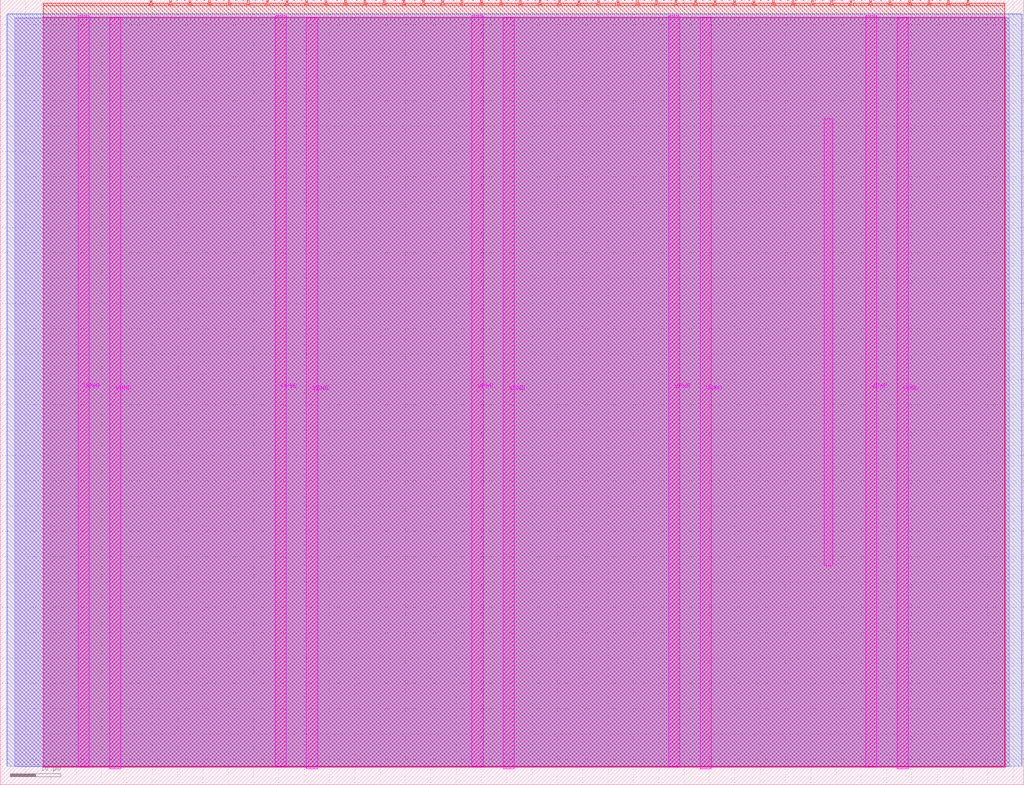
<source format=lef>
VERSION 5.7 ;
  NOWIREEXTENSIONATPIN ON ;
  DIVIDERCHAR "/" ;
  BUSBITCHARS "[]" ;
MACRO tt_um_LnL_SoC
  CLASS BLOCK ;
  FOREIGN tt_um_LnL_SoC ;
  ORIGIN 0.000 0.000 ;
  SIZE 202.080 BY 154.980 ;
  PIN VGND
    DIRECTION INOUT ;
    USE GROUND ;
    PORT
      LAYER TopMetal1 ;
        RECT 21.580 3.150 23.780 151.420 ;
    END
    PORT
      LAYER TopMetal1 ;
        RECT 60.450 3.150 62.650 151.420 ;
    END
    PORT
      LAYER TopMetal1 ;
        RECT 99.320 3.150 101.520 151.420 ;
    END
    PORT
      LAYER TopMetal1 ;
        RECT 138.190 3.150 140.390 151.420 ;
    END
    PORT
      LAYER TopMetal1 ;
        RECT 177.060 3.150 179.260 151.420 ;
    END
  END VGND
  PIN VPWR
    DIRECTION INOUT ;
    USE POWER ;
    PORT
      LAYER TopMetal1 ;
        RECT 15.380 3.560 17.580 151.830 ;
    END
    PORT
      LAYER TopMetal1 ;
        RECT 54.250 3.560 56.450 151.830 ;
    END
    PORT
      LAYER TopMetal1 ;
        RECT 93.120 3.560 95.320 151.830 ;
    END
    PORT
      LAYER TopMetal1 ;
        RECT 131.990 3.560 134.190 151.830 ;
    END
    PORT
      LAYER TopMetal1 ;
        RECT 170.860 3.560 173.060 151.830 ;
    END
  END VPWR
  PIN clk
    DIRECTION INPUT ;
    USE SIGNAL ;
    ANTENNAGATEAREA 1.450800 ;
    PORT
      LAYER Metal4 ;
        RECT 187.050 153.980 187.350 154.980 ;
    END
  END clk
  PIN ena
    DIRECTION INPUT ;
    USE SIGNAL ;
    PORT
      LAYER Metal4 ;
        RECT 190.890 153.980 191.190 154.980 ;
    END
  END ena
  PIN rst_n
    DIRECTION INPUT ;
    USE SIGNAL ;
    ANTENNAGATEAREA 0.180700 ;
    PORT
      LAYER Metal4 ;
        RECT 183.210 153.980 183.510 154.980 ;
    END
  END rst_n
  PIN ui_in[0]
    DIRECTION INPUT ;
    USE SIGNAL ;
    ANTENNAGATEAREA 0.180700 ;
    PORT
      LAYER Metal4 ;
        RECT 179.370 153.980 179.670 154.980 ;
    END
  END ui_in[0]
  PIN ui_in[1]
    DIRECTION INPUT ;
    USE SIGNAL ;
    ANTENNAGATEAREA 0.180700 ;
    PORT
      LAYER Metal4 ;
        RECT 175.530 153.980 175.830 154.980 ;
    END
  END ui_in[1]
  PIN ui_in[2]
    DIRECTION INPUT ;
    USE SIGNAL ;
    ANTENNAGATEAREA 0.180700 ;
    PORT
      LAYER Metal4 ;
        RECT 171.690 153.980 171.990 154.980 ;
    END
  END ui_in[2]
  PIN ui_in[3]
    DIRECTION INPUT ;
    USE SIGNAL ;
    ANTENNAGATEAREA 0.180700 ;
    PORT
      LAYER Metal4 ;
        RECT 167.850 153.980 168.150 154.980 ;
    END
  END ui_in[3]
  PIN ui_in[4]
    DIRECTION INPUT ;
    USE SIGNAL ;
    ANTENNAGATEAREA 0.789100 ;
    ANTENNADIFFAREA 2.015400 ;
    PORT
      LAYER Metal4 ;
        RECT 164.010 153.980 164.310 154.980 ;
    END
  END ui_in[4]
  PIN ui_in[5]
    DIRECTION INPUT ;
    USE SIGNAL ;
    ANTENNAGATEAREA 0.789100 ;
    ANTENNADIFFAREA 2.015400 ;
    PORT
      LAYER Metal4 ;
        RECT 160.170 153.980 160.470 154.980 ;
    END
  END ui_in[5]
  PIN ui_in[6]
    DIRECTION INPUT ;
    USE SIGNAL ;
    ANTENNAGATEAREA 0.180700 ;
    PORT
      LAYER Metal4 ;
        RECT 156.330 153.980 156.630 154.980 ;
    END
  END ui_in[6]
  PIN ui_in[7]
    DIRECTION INPUT ;
    USE SIGNAL ;
    ANTENNAGATEAREA 0.180700 ;
    PORT
      LAYER Metal4 ;
        RECT 152.490 153.980 152.790 154.980 ;
    END
  END ui_in[7]
  PIN uio_in[0]
    DIRECTION INPUT ;
    USE SIGNAL ;
    ANTENNAGATEAREA 0.180700 ;
    PORT
      LAYER Metal4 ;
        RECT 148.650 153.980 148.950 154.980 ;
    END
  END uio_in[0]
  PIN uio_in[1]
    DIRECTION INPUT ;
    USE SIGNAL ;
    ANTENNAGATEAREA 0.180700 ;
    PORT
      LAYER Metal4 ;
        RECT 144.810 153.980 145.110 154.980 ;
    END
  END uio_in[1]
  PIN uio_in[2]
    DIRECTION INPUT ;
    USE SIGNAL ;
    ANTENNAGATEAREA 0.180700 ;
    PORT
      LAYER Metal4 ;
        RECT 140.970 153.980 141.270 154.980 ;
    END
  END uio_in[2]
  PIN uio_in[3]
    DIRECTION INPUT ;
    USE SIGNAL ;
    PORT
      LAYER Metal4 ;
        RECT 137.130 153.980 137.430 154.980 ;
    END
  END uio_in[3]
  PIN uio_in[4]
    DIRECTION INPUT ;
    USE SIGNAL ;
    PORT
      LAYER Metal4 ;
        RECT 133.290 153.980 133.590 154.980 ;
    END
  END uio_in[4]
  PIN uio_in[5]
    DIRECTION INPUT ;
    USE SIGNAL ;
    PORT
      LAYER Metal4 ;
        RECT 129.450 153.980 129.750 154.980 ;
    END
  END uio_in[5]
  PIN uio_in[6]
    DIRECTION INPUT ;
    USE SIGNAL ;
    PORT
      LAYER Metal4 ;
        RECT 125.610 153.980 125.910 154.980 ;
    END
  END uio_in[6]
  PIN uio_in[7]
    DIRECTION INPUT ;
    USE SIGNAL ;
    PORT
      LAYER Metal4 ;
        RECT 121.770 153.980 122.070 154.980 ;
    END
  END uio_in[7]
  PIN uio_oe[0]
    DIRECTION OUTPUT ;
    USE SIGNAL ;
    ANTENNADIFFAREA 0.299200 ;
    PORT
      LAYER Metal4 ;
        RECT 56.490 153.980 56.790 154.980 ;
    END
  END uio_oe[0]
  PIN uio_oe[1]
    DIRECTION OUTPUT ;
    USE SIGNAL ;
    ANTENNADIFFAREA 0.299200 ;
    PORT
      LAYER Metal4 ;
        RECT 52.650 153.980 52.950 154.980 ;
    END
  END uio_oe[1]
  PIN uio_oe[2]
    DIRECTION OUTPUT ;
    USE SIGNAL ;
    ANTENNADIFFAREA 0.392700 ;
    PORT
      LAYER Metal4 ;
        RECT 48.810 153.980 49.110 154.980 ;
    END
  END uio_oe[2]
  PIN uio_oe[3]
    DIRECTION OUTPUT ;
    USE SIGNAL ;
    ANTENNADIFFAREA 0.392700 ;
    PORT
      LAYER Metal4 ;
        RECT 44.970 153.980 45.270 154.980 ;
    END
  END uio_oe[3]
  PIN uio_oe[4]
    DIRECTION OUTPUT ;
    USE SIGNAL ;
    ANTENNADIFFAREA 0.392700 ;
    PORT
      LAYER Metal4 ;
        RECT 41.130 153.980 41.430 154.980 ;
    END
  END uio_oe[4]
  PIN uio_oe[5]
    DIRECTION OUTPUT ;
    USE SIGNAL ;
    ANTENNADIFFAREA 0.392700 ;
    PORT
      LAYER Metal4 ;
        RECT 37.290 153.980 37.590 154.980 ;
    END
  END uio_oe[5]
  PIN uio_oe[6]
    DIRECTION OUTPUT ;
    USE SIGNAL ;
    ANTENNADIFFAREA 0.392700 ;
    PORT
      LAYER Metal4 ;
        RECT 33.450 153.980 33.750 154.980 ;
    END
  END uio_oe[6]
  PIN uio_oe[7]
    DIRECTION OUTPUT ;
    USE SIGNAL ;
    ANTENNADIFFAREA 0.392700 ;
    PORT
      LAYER Metal4 ;
        RECT 29.610 153.980 29.910 154.980 ;
    END
  END uio_oe[7]
  PIN uio_out[0]
    DIRECTION OUTPUT ;
    USE SIGNAL ;
    ANTENNADIFFAREA 0.299200 ;
    PORT
      LAYER Metal4 ;
        RECT 87.210 153.980 87.510 154.980 ;
    END
  END uio_out[0]
  PIN uio_out[1]
    DIRECTION OUTPUT ;
    USE SIGNAL ;
    ANTENNADIFFAREA 0.299200 ;
    PORT
      LAYER Metal4 ;
        RECT 83.370 153.980 83.670 154.980 ;
    END
  END uio_out[1]
  PIN uio_out[2]
    DIRECTION OUTPUT ;
    USE SIGNAL ;
    ANTENNADIFFAREA 0.708600 ;
    PORT
      LAYER Metal4 ;
        RECT 79.530 153.980 79.830 154.980 ;
    END
  END uio_out[2]
  PIN uio_out[3]
    DIRECTION OUTPUT ;
    USE SIGNAL ;
    ANTENNADIFFAREA 0.708600 ;
    PORT
      LAYER Metal4 ;
        RECT 75.690 153.980 75.990 154.980 ;
    END
  END uio_out[3]
  PIN uio_out[4]
    DIRECTION OUTPUT ;
    USE SIGNAL ;
    ANTENNADIFFAREA 0.708600 ;
    PORT
      LAYER Metal4 ;
        RECT 71.850 153.980 72.150 154.980 ;
    END
  END uio_out[4]
  PIN uio_out[5]
    DIRECTION OUTPUT ;
    USE SIGNAL ;
    ANTENNADIFFAREA 0.708600 ;
    PORT
      LAYER Metal4 ;
        RECT 68.010 153.980 68.310 154.980 ;
    END
  END uio_out[5]
  PIN uio_out[6]
    DIRECTION OUTPUT ;
    USE SIGNAL ;
    ANTENNADIFFAREA 0.708600 ;
    PORT
      LAYER Metal4 ;
        RECT 64.170 153.980 64.470 154.980 ;
    END
  END uio_out[6]
  PIN uio_out[7]
    DIRECTION OUTPUT ;
    USE SIGNAL ;
    ANTENNADIFFAREA 0.708600 ;
    PORT
      LAYER Metal4 ;
        RECT 60.330 153.980 60.630 154.980 ;
    END
  END uio_out[7]
  PIN uo_out[0]
    DIRECTION OUTPUT ;
    USE SIGNAL ;
    ANTENNADIFFAREA 0.632400 ;
    PORT
      LAYER Metal4 ;
        RECT 117.930 153.980 118.230 154.980 ;
    END
  END uo_out[0]
  PIN uo_out[1]
    DIRECTION OUTPUT ;
    USE SIGNAL ;
    ANTENNADIFFAREA 0.632400 ;
    PORT
      LAYER Metal4 ;
        RECT 114.090 153.980 114.390 154.980 ;
    END
  END uo_out[1]
  PIN uo_out[2]
    DIRECTION OUTPUT ;
    USE SIGNAL ;
    ANTENNADIFFAREA 0.632400 ;
    PORT
      LAYER Metal4 ;
        RECT 110.250 153.980 110.550 154.980 ;
    END
  END uo_out[2]
  PIN uo_out[3]
    DIRECTION OUTPUT ;
    USE SIGNAL ;
    ANTENNADIFFAREA 0.632400 ;
    PORT
      LAYER Metal4 ;
        RECT 106.410 153.980 106.710 154.980 ;
    END
  END uo_out[3]
  PIN uo_out[4]
    DIRECTION OUTPUT ;
    USE SIGNAL ;
    ANTENNADIFFAREA 0.632400 ;
    PORT
      LAYER Metal4 ;
        RECT 102.570 153.980 102.870 154.980 ;
    END
  END uo_out[4]
  PIN uo_out[5]
    DIRECTION OUTPUT ;
    USE SIGNAL ;
    ANTENNADIFFAREA 0.632400 ;
    PORT
      LAYER Metal4 ;
        RECT 98.730 153.980 99.030 154.980 ;
    END
  END uo_out[5]
  PIN uo_out[6]
    DIRECTION OUTPUT ;
    USE SIGNAL ;
    ANTENNADIFFAREA 0.632400 ;
    PORT
      LAYER Metal4 ;
        RECT 94.890 153.980 95.190 154.980 ;
    END
  END uo_out[6]
  PIN uo_out[7]
    DIRECTION OUTPUT ;
    USE SIGNAL ;
    ANTENNADIFFAREA 0.632400 ;
    PORT
      LAYER Metal4 ;
        RECT 91.050 153.980 91.350 154.980 ;
    END
  END uo_out[7]
  OBS
      LAYER GatPoly ;
        RECT 2.880 3.630 199.200 151.350 ;
      LAYER Metal1 ;
        RECT 2.880 3.560 199.200 151.420 ;
      LAYER Metal2 ;
        RECT 1.335 3.635 201.705 152.185 ;
      LAYER Metal3 ;
        RECT 1.295 3.680 201.745 152.145 ;
      LAYER Metal4 ;
        RECT 8.535 153.770 29.400 154.240 ;
        RECT 30.120 153.770 33.240 154.240 ;
        RECT 33.960 153.770 37.080 154.240 ;
        RECT 37.800 153.770 40.920 154.240 ;
        RECT 41.640 153.770 44.760 154.240 ;
        RECT 45.480 153.770 48.600 154.240 ;
        RECT 49.320 153.770 52.440 154.240 ;
        RECT 53.160 153.770 56.280 154.240 ;
        RECT 57.000 153.770 60.120 154.240 ;
        RECT 60.840 153.770 63.960 154.240 ;
        RECT 64.680 153.770 67.800 154.240 ;
        RECT 68.520 153.770 71.640 154.240 ;
        RECT 72.360 153.770 75.480 154.240 ;
        RECT 76.200 153.770 79.320 154.240 ;
        RECT 80.040 153.770 83.160 154.240 ;
        RECT 83.880 153.770 87.000 154.240 ;
        RECT 87.720 153.770 90.840 154.240 ;
        RECT 91.560 153.770 94.680 154.240 ;
        RECT 95.400 153.770 98.520 154.240 ;
        RECT 99.240 153.770 102.360 154.240 ;
        RECT 103.080 153.770 106.200 154.240 ;
        RECT 106.920 153.770 110.040 154.240 ;
        RECT 110.760 153.770 113.880 154.240 ;
        RECT 114.600 153.770 117.720 154.240 ;
        RECT 118.440 153.770 121.560 154.240 ;
        RECT 122.280 153.770 125.400 154.240 ;
        RECT 126.120 153.770 129.240 154.240 ;
        RECT 129.960 153.770 133.080 154.240 ;
        RECT 133.800 153.770 136.920 154.240 ;
        RECT 137.640 153.770 140.760 154.240 ;
        RECT 141.480 153.770 144.600 154.240 ;
        RECT 145.320 153.770 148.440 154.240 ;
        RECT 149.160 153.770 152.280 154.240 ;
        RECT 153.000 153.770 156.120 154.240 ;
        RECT 156.840 153.770 159.960 154.240 ;
        RECT 160.680 153.770 163.800 154.240 ;
        RECT 164.520 153.770 167.640 154.240 ;
        RECT 168.360 153.770 171.480 154.240 ;
        RECT 172.200 153.770 175.320 154.240 ;
        RECT 176.040 153.770 179.160 154.240 ;
        RECT 179.880 153.770 183.000 154.240 ;
        RECT 183.720 153.770 186.840 154.240 ;
        RECT 187.560 153.770 190.680 154.240 ;
        RECT 191.400 153.770 198.345 154.240 ;
        RECT 8.535 3.635 198.345 153.770 ;
      LAYER Metal5 ;
        RECT 8.495 3.470 198.385 151.510 ;
      LAYER TopMetal1 ;
        RECT 162.700 43.280 164.340 131.440 ;
  END
END tt_um_LnL_SoC
END LIBRARY


</source>
